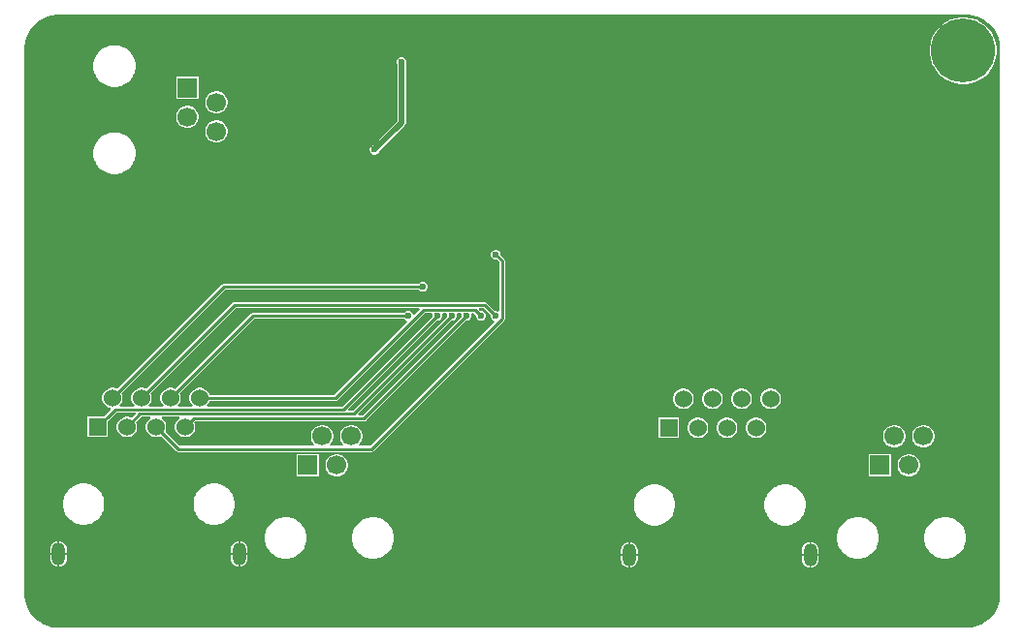
<source format=gbl>
G04*
G04 #@! TF.GenerationSoftware,Altium Limited,Altium Designer,22.6.1 (34)*
G04*
G04 Layer_Physical_Order=2*
G04 Layer_Color=16711680*
%FSLAX25Y25*%
%MOIN*%
G70*
G04*
G04 #@! TF.SameCoordinates,5978FB97-4CE2-4F40-84F9-A025567A3837*
G04*
G04*
G04 #@! TF.FilePolarity,Positive*
G04*
G01*
G75*
%ADD10C,0.01000*%
%ADD14C,0.01968*%
%ADD50C,0.06693*%
%ADD51R,0.06693X0.06693*%
%ADD52R,0.06693X0.06693*%
%ADD53O,0.04724X0.07874*%
%ADD54R,0.06000X0.06000*%
%ADD55C,0.06000*%
%ADD56C,0.01968*%
%ADD57C,0.02362*%
%ADD58C,0.22047*%
G36*
X408791Y298516D02*
X410274Y298119D01*
X411693Y297531D01*
X413024Y296763D01*
X414242Y295828D01*
X415328Y294742D01*
X416263Y293524D01*
X417031Y292193D01*
X417619Y290774D01*
X418016Y289291D01*
X418217Y287768D01*
Y287000D01*
Y99520D01*
Y98752D01*
X418016Y97229D01*
X417619Y95745D01*
X417031Y94326D01*
X416263Y92996D01*
X415328Y91778D01*
X414242Y90692D01*
X413024Y89757D01*
X411693Y88989D01*
X410274Y88401D01*
X408791Y88003D01*
X407268Y87803D01*
X93764D01*
X92241Y88003D01*
X90757Y88401D01*
X89338Y88989D01*
X88008Y89757D01*
X86790Y90692D01*
X85703Y91778D01*
X84768Y92996D01*
X84000Y94326D01*
X83413Y95745D01*
X83015Y97229D01*
X82815Y98752D01*
Y99520D01*
Y287000D01*
Y287768D01*
X83015Y289291D01*
X83413Y290774D01*
X84000Y292193D01*
X84768Y293524D01*
X85703Y294742D01*
X86790Y295828D01*
X88008Y296763D01*
X89338Y297531D01*
X90757Y298119D01*
X92241Y298516D01*
X93764Y298717D01*
X407268D01*
X408791Y298516D01*
D02*
G37*
%LPC*%
G36*
X406419Y297941D02*
X404605D01*
X402813Y297657D01*
X401088Y297097D01*
X399472Y296273D01*
X398005Y295207D01*
X396722Y293924D01*
X395656Y292457D01*
X394832Y290841D01*
X394272Y289116D01*
X393988Y287324D01*
Y285510D01*
X394272Y283719D01*
X394832Y281994D01*
X395656Y280378D01*
X396722Y278910D01*
X398005Y277628D01*
X399472Y276561D01*
X401088Y275738D01*
X402813Y275177D01*
X404605Y274894D01*
X406419D01*
X408210Y275177D01*
X409935Y275738D01*
X411552Y276561D01*
X413019Y277628D01*
X414301Y278910D01*
X415368Y280378D01*
X416191Y281994D01*
X416752Y283719D01*
X417035Y285510D01*
Y287324D01*
X416752Y289116D01*
X416191Y290841D01*
X415368Y292457D01*
X414301Y293924D01*
X413019Y295207D01*
X411552Y296273D01*
X409935Y297097D01*
X408210Y297657D01*
X406419Y297941D01*
D02*
G37*
G36*
X114409Y288323D02*
X113779Y288323D01*
X113149D01*
X113072Y288307D01*
X112993D01*
X111757Y288061D01*
X111683Y288031D01*
X111606Y288016D01*
X110442Y287533D01*
X110376Y287490D01*
X110303Y287459D01*
X109255Y286759D01*
X109199Y286703D01*
X109133Y286659D01*
X108242Y285768D01*
X108198Y285702D01*
X108142Y285646D01*
X107442Y284598D01*
X107412Y284525D01*
X107368Y284460D01*
X106886Y283295D01*
X106870Y283218D01*
X106840Y283145D01*
X106594Y281909D01*
Y281830D01*
X106579Y281752D01*
X106579Y280492D01*
X106594Y280414D01*
Y280335D01*
X106840Y279099D01*
X106870Y279026D01*
X106886Y278949D01*
X107368Y277784D01*
X107412Y277719D01*
X107442Y277646D01*
X108143Y276598D01*
X108198Y276542D01*
X108242Y276476D01*
X109134Y275585D01*
X109199Y275541D01*
X109255Y275485D01*
X110303Y274785D01*
X110376Y274755D01*
X110442Y274711D01*
X111606Y274229D01*
X111684Y274213D01*
X111757Y274183D01*
X112993Y273937D01*
X113072D01*
X113149Y273922D01*
X113779Y273922D01*
X114410D01*
X114487Y273937D01*
X114566D01*
X115802Y274183D01*
X115875Y274213D01*
X115953Y274229D01*
X117117Y274711D01*
X117183Y274755D01*
X117256Y274785D01*
X118304Y275485D01*
X118360Y275541D01*
X118426Y275585D01*
X119317Y276476D01*
X119360Y276542D01*
X119416Y276598D01*
X120117Y277646D01*
X120147Y277719D01*
X120191Y277785D01*
X120673Y278949D01*
X120688Y279026D01*
X120719Y279099D01*
X120965Y280335D01*
Y280415D01*
X120980Y280492D01*
X120980Y281752D01*
X120965Y281830D01*
Y281909D01*
X120719Y283145D01*
X120688Y283218D01*
X120673Y283296D01*
X120191Y284460D01*
X120147Y284526D01*
X120116Y284599D01*
X119416Y285647D01*
X119360Y285702D01*
X119316Y285768D01*
X118425Y286659D01*
X118360Y286703D01*
X118304Y286759D01*
X117256Y287459D01*
X117183Y287490D01*
X117117Y287533D01*
X115953Y288016D01*
X115875Y288031D01*
X115802Y288061D01*
X114566Y288307D01*
X114487D01*
X114409Y288323D01*
D02*
G37*
G36*
X142626Y277468D02*
X134933D01*
Y269776D01*
X142626D01*
Y277468D01*
D02*
G37*
G36*
X149286Y272468D02*
X148273D01*
X147295Y272206D01*
X146418Y271700D01*
X145702Y270984D01*
X145195Y270107D01*
X144933Y269128D01*
Y268116D01*
X145195Y267137D01*
X145702Y266260D01*
X146418Y265544D01*
X147295Y265038D01*
X148273Y264776D01*
X149286D01*
X150264Y265038D01*
X151141Y265544D01*
X151857Y266260D01*
X152364Y267137D01*
X152626Y268116D01*
Y269128D01*
X152364Y270107D01*
X151857Y270984D01*
X151141Y271700D01*
X150264Y272206D01*
X149286Y272468D01*
D02*
G37*
G36*
X139286Y267469D02*
X138273D01*
X137295Y267206D01*
X136418Y266700D01*
X135702Y265984D01*
X135195Y265107D01*
X134933Y264128D01*
Y263116D01*
X135195Y262137D01*
X135702Y261260D01*
X136418Y260544D01*
X137295Y260038D01*
X138273Y259776D01*
X139286D01*
X140264Y260038D01*
X141141Y260544D01*
X141858Y261260D01*
X142364Y262137D01*
X142626Y263116D01*
Y264128D01*
X142364Y265107D01*
X141858Y265984D01*
X141141Y266700D01*
X140264Y267206D01*
X139286Y267469D01*
D02*
G37*
G36*
X149286Y262469D02*
X148273D01*
X147295Y262206D01*
X146418Y261700D01*
X145702Y260984D01*
X145195Y260107D01*
X144933Y259128D01*
Y258116D01*
X145195Y257137D01*
X145702Y256260D01*
X146418Y255544D01*
X147295Y255038D01*
X148273Y254776D01*
X149286D01*
X150264Y255038D01*
X151141Y255544D01*
X151857Y256260D01*
X152364Y257137D01*
X152626Y258116D01*
Y259128D01*
X152364Y260107D01*
X151857Y260984D01*
X151141Y261700D01*
X150264Y262206D01*
X149286Y262469D01*
D02*
G37*
G36*
X212834Y284181D02*
X212166D01*
X211548Y283925D01*
X211075Y283452D01*
X210819Y282834D01*
Y282166D01*
X210987Y281761D01*
Y262241D01*
X202701Y253955D01*
X202296Y253787D01*
X201823Y253314D01*
X201567Y252697D01*
Y252028D01*
X201823Y251410D01*
X202296Y250937D01*
X202914Y250681D01*
X203582D01*
X204200Y250937D01*
X204673Y251410D01*
X204841Y251815D01*
X213570Y260544D01*
X213570Y260544D01*
X213898Y261035D01*
X214013Y261614D01*
Y281761D01*
X214181Y282166D01*
Y282834D01*
X213925Y283452D01*
X213452Y283925D01*
X212834Y284181D01*
D02*
G37*
G36*
X114409Y258323D02*
X113779Y258323D01*
X113149D01*
X113072Y258307D01*
X112993D01*
X111757Y258061D01*
X111683Y258031D01*
X111606Y258016D01*
X110442Y257533D01*
X110376Y257489D01*
X110303Y257459D01*
X109255Y256759D01*
X109199Y256703D01*
X109133Y256659D01*
X108242Y255768D01*
X108198Y255702D01*
X108142Y255646D01*
X107442Y254598D01*
X107412Y254525D01*
X107368Y254460D01*
X106886Y253295D01*
X106870Y253218D01*
X106840Y253145D01*
X106594Y251909D01*
Y251830D01*
X106579Y251752D01*
X106579Y250492D01*
X106594Y250414D01*
Y250335D01*
X106840Y249099D01*
X106870Y249026D01*
X106886Y248949D01*
X107368Y247784D01*
X107412Y247719D01*
X107442Y247646D01*
X108143Y246598D01*
X108198Y246542D01*
X108242Y246476D01*
X109134Y245585D01*
X109199Y245541D01*
X109255Y245485D01*
X110303Y244785D01*
X110376Y244755D01*
X110442Y244711D01*
X111606Y244229D01*
X111684Y244213D01*
X111757Y244183D01*
X112993Y243937D01*
X113072D01*
X113149Y243922D01*
X113779Y243922D01*
X114410D01*
X114487Y243937D01*
X114566D01*
X115802Y244183D01*
X115875Y244213D01*
X115953Y244229D01*
X117117Y244711D01*
X117183Y244755D01*
X117256Y244785D01*
X118304Y245485D01*
X118360Y245541D01*
X118426Y245585D01*
X119317Y246476D01*
X119360Y246542D01*
X119416Y246598D01*
X120117Y247646D01*
X120147Y247719D01*
X120191Y247785D01*
X120673Y248949D01*
X120688Y249026D01*
X120719Y249099D01*
X120965Y250336D01*
Y250415D01*
X120980Y250492D01*
X120980Y251752D01*
X120965Y251830D01*
Y251909D01*
X120719Y253145D01*
X120688Y253218D01*
X120673Y253296D01*
X120191Y254460D01*
X120147Y254526D01*
X120116Y254599D01*
X119416Y255647D01*
X119360Y255702D01*
X119316Y255768D01*
X118425Y256659D01*
X118360Y256703D01*
X118304Y256759D01*
X117256Y257459D01*
X117183Y257490D01*
X117117Y257534D01*
X115953Y258016D01*
X115875Y258031D01*
X115802Y258061D01*
X114566Y258307D01*
X114487D01*
X114409Y258323D01*
D02*
G37*
G36*
X245216Y217921D02*
X244548D01*
X243930Y217665D01*
X243457Y217192D01*
X243201Y216575D01*
Y215906D01*
X243457Y215288D01*
X243930Y214815D01*
X244548Y214559D01*
X245121D01*
X245945Y213735D01*
Y196948D01*
X245445Y196624D01*
X245118Y196760D01*
X244544D01*
X241823Y199481D01*
X241493Y199702D01*
X241102Y199779D01*
X154962D01*
X154571Y199702D01*
X154241Y199481D01*
X124739Y169979D01*
X124442Y170151D01*
X123552Y170390D01*
X122630D01*
X121740Y170151D01*
X120942Y169690D01*
X120290Y169039D01*
X119829Y168241D01*
X119591Y167350D01*
Y166429D01*
X119829Y165539D01*
X120290Y164741D01*
X120622Y164409D01*
X120414Y163909D01*
X115767D01*
X115560Y164409D01*
X115892Y164741D01*
X116352Y165539D01*
X116591Y166429D01*
Y167350D01*
X116352Y168241D01*
X116181Y168538D01*
X151702Y204059D01*
X218426D01*
X218831Y203654D01*
X219449Y203398D01*
X220118D01*
X220736Y203654D01*
X221209Y204127D01*
X221465Y204744D01*
Y205413D01*
X221209Y206031D01*
X220736Y206504D01*
X220118Y206760D01*
X219449D01*
X218831Y206504D01*
X218426Y206098D01*
X151280D01*
X150890Y206021D01*
X150559Y205800D01*
X114739Y169980D01*
X114442Y170151D01*
X113552Y170390D01*
X112630D01*
X111740Y170151D01*
X110942Y169690D01*
X110290Y169039D01*
X109829Y168241D01*
X109591Y167350D01*
Y166429D01*
X109829Y165539D01*
X110290Y164741D01*
X110942Y164089D01*
X111740Y163628D01*
X112358Y163462D01*
X112511Y162908D01*
X110655Y161052D01*
X110434Y160721D01*
X110422Y160663D01*
X110149Y160390D01*
X104591D01*
Y153390D01*
X111591D01*
Y158948D01*
X112097Y159454D01*
X112318Y159784D01*
X112329Y159843D01*
X114357Y161870D01*
X120976D01*
X121167Y161408D01*
X119739Y159980D01*
X119442Y160151D01*
X118552Y160390D01*
X117630D01*
X116740Y160151D01*
X115942Y159690D01*
X115290Y159039D01*
X114829Y158241D01*
X114591Y157350D01*
Y156429D01*
X114829Y155539D01*
X115290Y154741D01*
X115942Y154089D01*
X116740Y153628D01*
X117630Y153390D01*
X118552D01*
X119442Y153628D01*
X120240Y154089D01*
X120892Y154741D01*
X121352Y155539D01*
X121591Y156429D01*
Y157350D01*
X121352Y158241D01*
X121181Y158538D01*
X123013Y160370D01*
X126119D01*
X126253Y159870D01*
X125942Y159690D01*
X125290Y159039D01*
X124829Y158241D01*
X124591Y157350D01*
Y156429D01*
X124829Y155539D01*
X125290Y154741D01*
X125942Y154089D01*
X126740Y153628D01*
X127630Y153390D01*
X128552D01*
X129442Y153628D01*
X129739Y153800D01*
X134905Y148633D01*
X135236Y148412D01*
X135626Y148335D01*
X202144D01*
X202534Y148412D01*
X202865Y148633D01*
X247686Y193454D01*
X247906Y193785D01*
X247984Y194175D01*
Y214158D01*
X247906Y214548D01*
X247686Y214879D01*
X246563Y216001D01*
Y216575D01*
X246307Y217192D01*
X245834Y217665D01*
X245216Y217921D01*
D02*
G37*
G36*
X339811Y170114D02*
X338890D01*
X337999Y169876D01*
X337201Y169415D01*
X336550Y168763D01*
X336089Y167965D01*
X335850Y167075D01*
Y166154D01*
X336089Y165263D01*
X336550Y164465D01*
X337201Y163814D01*
X337999Y163353D01*
X338890Y163114D01*
X339811D01*
X340701Y163353D01*
X341499Y163814D01*
X342151Y164465D01*
X342612Y165263D01*
X342850Y166154D01*
Y167075D01*
X342612Y167965D01*
X342151Y168763D01*
X341499Y169415D01*
X340701Y169876D01*
X339811Y170114D01*
D02*
G37*
G36*
X329811D02*
X328890D01*
X327999Y169876D01*
X327201Y169415D01*
X326550Y168763D01*
X326089Y167965D01*
X325850Y167075D01*
Y166154D01*
X326089Y165263D01*
X326550Y164465D01*
X327201Y163814D01*
X327999Y163353D01*
X328890Y163114D01*
X329811D01*
X330701Y163353D01*
X331499Y163814D01*
X332151Y164465D01*
X332612Y165263D01*
X332850Y166154D01*
Y167075D01*
X332612Y167965D01*
X332151Y168763D01*
X331499Y169415D01*
X330701Y169876D01*
X329811Y170114D01*
D02*
G37*
G36*
X319811D02*
X318890D01*
X317999Y169876D01*
X317201Y169415D01*
X316550Y168763D01*
X316089Y167965D01*
X315850Y167075D01*
Y166154D01*
X316089Y165263D01*
X316550Y164465D01*
X317201Y163814D01*
X317999Y163353D01*
X318890Y163114D01*
X319811D01*
X320701Y163353D01*
X321499Y163814D01*
X322151Y164465D01*
X322612Y165263D01*
X322850Y166154D01*
Y167075D01*
X322612Y167965D01*
X322151Y168763D01*
X321499Y169415D01*
X320701Y169876D01*
X319811Y170114D01*
D02*
G37*
G36*
X309811D02*
X308890D01*
X307999Y169876D01*
X307201Y169415D01*
X306550Y168763D01*
X306089Y167965D01*
X305850Y167075D01*
Y166154D01*
X306089Y165263D01*
X306550Y164465D01*
X307201Y163814D01*
X307999Y163353D01*
X308890Y163114D01*
X309811D01*
X310701Y163353D01*
X311499Y163814D01*
X312151Y164465D01*
X312612Y165263D01*
X312850Y166154D01*
Y167075D01*
X312612Y167965D01*
X312151Y168763D01*
X311499Y169415D01*
X310701Y169876D01*
X309811Y170114D01*
D02*
G37*
G36*
X334811Y160114D02*
X333890D01*
X332999Y159876D01*
X332201Y159415D01*
X331550Y158763D01*
X331089Y157965D01*
X330850Y157075D01*
Y156154D01*
X331089Y155263D01*
X331550Y154465D01*
X332201Y153814D01*
X332999Y153353D01*
X333890Y153114D01*
X334811D01*
X335701Y153353D01*
X336499Y153814D01*
X337151Y154465D01*
X337612Y155263D01*
X337850Y156154D01*
Y157075D01*
X337612Y157965D01*
X337151Y158763D01*
X336499Y159415D01*
X335701Y159876D01*
X334811Y160114D01*
D02*
G37*
G36*
X324811D02*
X323890D01*
X322999Y159876D01*
X322201Y159415D01*
X321550Y158763D01*
X321089Y157965D01*
X320850Y157075D01*
Y156154D01*
X321089Y155263D01*
X321550Y154465D01*
X322201Y153814D01*
X322999Y153353D01*
X323890Y153114D01*
X324811D01*
X325701Y153353D01*
X326499Y153814D01*
X327151Y154465D01*
X327612Y155263D01*
X327850Y156154D01*
Y157075D01*
X327612Y157965D01*
X327151Y158763D01*
X326499Y159415D01*
X325701Y159876D01*
X324811Y160114D01*
D02*
G37*
G36*
X314811D02*
X313890D01*
X312999Y159876D01*
X312201Y159415D01*
X311550Y158763D01*
X311089Y157965D01*
X310850Y157075D01*
Y156154D01*
X311089Y155263D01*
X311550Y154465D01*
X312201Y153814D01*
X312999Y153353D01*
X313890Y153114D01*
X314811D01*
X315701Y153353D01*
X316499Y153814D01*
X317151Y154465D01*
X317612Y155263D01*
X317850Y156154D01*
Y157075D01*
X317612Y157965D01*
X317151Y158763D01*
X316499Y159415D01*
X315701Y159876D01*
X314811Y160114D01*
D02*
G37*
G36*
X307850D02*
X300850D01*
Y153114D01*
X307850D01*
Y160114D01*
D02*
G37*
G36*
X392317Y157547D02*
X391305D01*
X390326Y157285D01*
X389449Y156779D01*
X388733Y156063D01*
X388227Y155185D01*
X387965Y154207D01*
Y153194D01*
X388227Y152216D01*
X388733Y151339D01*
X389449Y150623D01*
X390326Y150117D01*
X391305Y149854D01*
X392317D01*
X393296Y150117D01*
X394173Y150623D01*
X394889Y151339D01*
X395395Y152216D01*
X395657Y153194D01*
Y154207D01*
X395395Y155185D01*
X394889Y156063D01*
X394173Y156779D01*
X393296Y157285D01*
X392317Y157547D01*
D02*
G37*
G36*
X382317D02*
X381305D01*
X380326Y157285D01*
X379449Y156779D01*
X378733Y156063D01*
X378227Y155185D01*
X377965Y154207D01*
Y153194D01*
X378227Y152216D01*
X378733Y151339D01*
X379449Y150623D01*
X380326Y150117D01*
X381305Y149854D01*
X382317D01*
X383296Y150117D01*
X384173Y150623D01*
X384889Y151339D01*
X385395Y152216D01*
X385658Y153194D01*
Y154207D01*
X385395Y155185D01*
X384889Y156063D01*
X384173Y156779D01*
X383296Y157285D01*
X382317Y157547D01*
D02*
G37*
G36*
X387317Y147547D02*
X386305D01*
X385326Y147285D01*
X384449Y146779D01*
X383733Y146063D01*
X383227Y145185D01*
X382965Y144207D01*
Y143194D01*
X383227Y142216D01*
X383733Y141339D01*
X384449Y140623D01*
X385326Y140117D01*
X386305Y139854D01*
X387317D01*
X388296Y140117D01*
X389173Y140623D01*
X389889Y141339D01*
X390395Y142216D01*
X390657Y143194D01*
Y144207D01*
X390395Y145185D01*
X389889Y146063D01*
X389173Y146779D01*
X388296Y147285D01*
X387317Y147547D01*
D02*
G37*
G36*
X380658D02*
X372965D01*
Y139854D01*
X380658D01*
Y147547D01*
D02*
G37*
G36*
X190624D02*
X189612D01*
X188633Y147285D01*
X187756Y146779D01*
X187040Y146063D01*
X186534Y145185D01*
X186272Y144207D01*
Y143194D01*
X186534Y142216D01*
X187040Y141339D01*
X187756Y140623D01*
X188633Y140117D01*
X189612Y139854D01*
X190624D01*
X191603Y140117D01*
X192480Y140623D01*
X193196Y141339D01*
X193702Y142216D01*
X193965Y143194D01*
Y144207D01*
X193702Y145185D01*
X193196Y146063D01*
X192480Y146779D01*
X191603Y147285D01*
X190624Y147547D01*
D02*
G37*
G36*
X183965D02*
X176272D01*
Y139854D01*
X183965D01*
Y147547D01*
D02*
G37*
G36*
X147414Y137386D02*
X147336Y137371D01*
X147257Y137371D01*
X146044Y137130D01*
X145971Y137100D01*
X145894Y137085D01*
X144751Y136613D01*
X144685Y136569D01*
X144612Y136539D01*
X143582Y135854D01*
X143526Y135798D01*
X143461Y135755D01*
X142584Y134882D01*
X142540Y134817D01*
X142484Y134761D01*
X141794Y133735D01*
X141763Y133662D01*
X141719Y133597D01*
X141242Y132456D01*
X141226Y132378D01*
X141196Y132306D01*
X140949Y131093D01*
X140949Y131015D01*
X140933Y130937D01*
X140930Y130319D01*
X140930Y130317D01*
X140930Y130315D01*
X140930Y130313D01*
X140930Y130311D01*
X140933Y129693D01*
X140949Y129615D01*
X140949Y129536D01*
X141196Y128324D01*
X141226Y128252D01*
X141242Y128174D01*
X141719Y127033D01*
X141763Y126968D01*
X141794Y126895D01*
X142484Y125869D01*
X142540Y125813D01*
X142584Y125748D01*
X143461Y124875D01*
X143526Y124832D01*
X143582Y124776D01*
X144612Y124091D01*
X144685Y124061D01*
X144750Y124017D01*
X145894Y123545D01*
X145971Y123530D01*
X146044Y123500D01*
X147257Y123259D01*
X147336Y123259D01*
X147413Y123243D01*
X148650Y123243D01*
X148728Y123259D01*
X148806Y123259D01*
X150020Y123499D01*
X150093Y123530D01*
X150170Y123545D01*
X151313Y124017D01*
X151379Y124060D01*
X151452Y124090D01*
X152482Y124776D01*
X152537Y124831D01*
X152603Y124875D01*
X153480Y125748D01*
X153524Y125813D01*
X153580Y125868D01*
X154270Y126895D01*
X154300Y126968D01*
X154344Y127033D01*
X154822Y128174D01*
X154838Y128251D01*
X154868Y128324D01*
X155115Y129536D01*
X155115Y129615D01*
X155131Y129692D01*
X155134Y130311D01*
X155133Y130313D01*
X155134Y130315D01*
X155133Y130317D01*
X155134Y130318D01*
X155131Y130937D01*
X155115Y131014D01*
X155115Y131093D01*
X154868Y132305D01*
X154838Y132378D01*
X154822Y132455D01*
X154345Y133596D01*
X154301Y133662D01*
X154270Y133734D01*
X153580Y134761D01*
X153524Y134816D01*
X153480Y134882D01*
X152603Y135754D01*
X152538Y135798D01*
X152482Y135854D01*
X151452Y136539D01*
X151379Y136569D01*
X151314Y136613D01*
X150170Y137085D01*
X150093Y137100D01*
X150020Y137130D01*
X148807Y137371D01*
X148728Y137371D01*
X148651Y137386D01*
X147414Y137386D01*
D02*
G37*
G36*
X102532D02*
X102454Y137371D01*
X102375Y137371D01*
X101162Y137130D01*
X101089Y137100D01*
X101012Y137085D01*
X99869Y136613D01*
X99803Y136569D01*
X99730Y136539D01*
X98700Y135854D01*
X98645Y135798D01*
X98579Y135755D01*
X97702Y134882D01*
X97658Y134817D01*
X97602Y134761D01*
X96912Y133735D01*
X96881Y133662D01*
X96837Y133597D01*
X96360Y132456D01*
X96344Y132378D01*
X96314Y132306D01*
X96067Y131093D01*
X96067Y131015D01*
X96051Y130937D01*
X96048Y130319D01*
X96048Y130317D01*
X96048Y130315D01*
X96048Y130313D01*
X96048Y130311D01*
X96051Y129693D01*
X96067Y129615D01*
X96067Y129536D01*
X96314Y128324D01*
X96344Y128252D01*
X96360Y128174D01*
X96837Y127033D01*
X96881Y126968D01*
X96912Y126895D01*
X97602Y125869D01*
X97658Y125813D01*
X97702Y125748D01*
X98579Y124875D01*
X98644Y124832D01*
X98700Y124776D01*
X99730Y124091D01*
X99803Y124061D01*
X99868Y124017D01*
X101012Y123545D01*
X101089Y123530D01*
X101162Y123500D01*
X102375Y123259D01*
X102454Y123259D01*
X102531Y123243D01*
X103768Y123243D01*
X103846Y123259D01*
X103924Y123259D01*
X105138Y123499D01*
X105211Y123530D01*
X105288Y123545D01*
X106431Y124017D01*
X106497Y124060D01*
X106570Y124090D01*
X107600Y124776D01*
X107655Y124831D01*
X107721Y124875D01*
X108598Y125748D01*
X108642Y125813D01*
X108698Y125868D01*
X109388Y126895D01*
X109418Y126968D01*
X109462Y127033D01*
X109940Y128174D01*
X109956Y128251D01*
X109986Y128324D01*
X110233Y129536D01*
X110233Y129615D01*
X110249Y129692D01*
X110252Y130311D01*
X110251Y130313D01*
X110252Y130315D01*
X110251Y130317D01*
X110252Y130318D01*
X110249Y130937D01*
X110233Y131014D01*
X110233Y131093D01*
X109986Y132305D01*
X109956Y132378D01*
X109940Y132455D01*
X109463Y133596D01*
X109419Y133662D01*
X109388Y133734D01*
X108698Y134761D01*
X108642Y134816D01*
X108598Y134882D01*
X107721Y135754D01*
X107656Y135798D01*
X107600Y135854D01*
X106570Y136539D01*
X106497Y136569D01*
X106432Y136613D01*
X105288Y137085D01*
X105211Y137100D01*
X105138Y137130D01*
X103925Y137371D01*
X103846Y137371D01*
X103769Y137386D01*
X102532Y137386D01*
D02*
G37*
G36*
X343673Y137111D02*
X343596Y137095D01*
X343517Y137095D01*
X342304Y136855D01*
X342231Y136825D01*
X342154Y136810D01*
X341010Y136337D01*
X340945Y136294D01*
X340872Y136264D01*
X339842Y135579D01*
X339786Y135523D01*
X339720Y135479D01*
X338843Y134607D01*
X338800Y134541D01*
X338744Y134486D01*
X338053Y133459D01*
X338023Y133387D01*
X337979Y133321D01*
X337501Y132180D01*
X337486Y132103D01*
X337455Y132030D01*
X337209Y130818D01*
X337208Y130739D01*
X337193Y130662D01*
X337190Y130043D01*
X337190Y130042D01*
X337190Y130040D01*
X337190Y130038D01*
X337190Y130036D01*
X337193Y129417D01*
X337208Y129340D01*
X337209Y129261D01*
X337455Y128049D01*
X337486Y127976D01*
X337501Y127899D01*
X337979Y126758D01*
X338023Y126693D01*
X338053Y126620D01*
X338743Y125593D01*
X338799Y125538D01*
X338843Y125472D01*
X339720Y124600D01*
X339786Y124556D01*
X339842Y124501D01*
X340871Y123815D01*
X340944Y123785D01*
X341010Y123741D01*
X342153Y123269D01*
X342231Y123254D01*
X342303Y123224D01*
X343517Y122984D01*
X343596Y122984D01*
X343673Y122968D01*
X344910Y122968D01*
X344987Y122984D01*
X345066Y122984D01*
X346279Y123224D01*
X346352Y123254D01*
X346429Y123269D01*
X347573Y123741D01*
X347638Y123785D01*
X347711Y123815D01*
X348741Y124500D01*
X348797Y124556D01*
X348863Y124600D01*
X349739Y125472D01*
X349783Y125538D01*
X349839Y125593D01*
X350530Y126620D01*
X350560Y126692D01*
X350604Y126758D01*
X351082Y127899D01*
X351097Y127976D01*
X351128Y128049D01*
X351374Y129261D01*
X351375Y129340D01*
X351390Y129417D01*
X351393Y130035D01*
X351393Y130037D01*
X351393Y130039D01*
X351393Y130041D01*
X351393Y130043D01*
X351390Y130662D01*
X351375Y130739D01*
X351374Y130818D01*
X351128Y132030D01*
X351097Y132103D01*
X351082Y132180D01*
X350604Y133321D01*
X350560Y133386D01*
X350530Y133459D01*
X349839Y134485D01*
X349783Y134541D01*
X349740Y134606D01*
X348863Y135479D01*
X348797Y135523D01*
X348741Y135578D01*
X347712Y136264D01*
X347639Y136294D01*
X347573Y136337D01*
X346430Y136809D01*
X346352Y136825D01*
X346280Y136855D01*
X345066Y137095D01*
X344987Y137095D01*
X344910Y137111D01*
X343673Y137111D01*
D02*
G37*
G36*
X298791D02*
X298714Y137095D01*
X298635Y137095D01*
X297422Y136855D01*
X297349Y136825D01*
X297271Y136810D01*
X296128Y136337D01*
X296062Y136294D01*
X295990Y136264D01*
X294960Y135579D01*
X294904Y135523D01*
X294838Y135479D01*
X293962Y134607D01*
X293918Y134541D01*
X293862Y134486D01*
X293171Y133459D01*
X293141Y133387D01*
X293097Y133321D01*
X292619Y132180D01*
X292604Y132103D01*
X292573Y132030D01*
X292327Y130818D01*
X292326Y130739D01*
X292311Y130662D01*
X292307Y130043D01*
X292308Y130042D01*
X292307Y130040D01*
X292308Y130038D01*
X292307Y130036D01*
X292311Y129417D01*
X292326Y129340D01*
X292327Y129261D01*
X292573Y128049D01*
X292603Y127976D01*
X292619Y127899D01*
X293097Y126758D01*
X293141Y126693D01*
X293171Y126620D01*
X293862Y125593D01*
X293917Y125538D01*
X293961Y125472D01*
X294838Y124600D01*
X294904Y124556D01*
X294960Y124501D01*
X295989Y123815D01*
X296062Y123785D01*
X296128Y123741D01*
X297271Y123269D01*
X297348Y123254D01*
X297421Y123224D01*
X298635Y122984D01*
X298713Y122984D01*
X298791Y122968D01*
X300028Y122968D01*
X300105Y122984D01*
X300184Y122984D01*
X301397Y123224D01*
X301470Y123254D01*
X301547Y123269D01*
X302691Y123741D01*
X302756Y123785D01*
X302829Y123815D01*
X303859Y124500D01*
X303915Y124556D01*
X303981Y124600D01*
X304857Y125472D01*
X304901Y125538D01*
X304957Y125593D01*
X305648Y126620D01*
X305678Y126692D01*
X305722Y126758D01*
X306200Y127899D01*
X306215Y127976D01*
X306246Y128049D01*
X306492Y129261D01*
X306493Y129340D01*
X306508Y129417D01*
X306511Y130035D01*
X306511Y130037D01*
X306511Y130039D01*
X306511Y130041D01*
X306511Y130043D01*
X306508Y130662D01*
X306493Y130739D01*
X306492Y130818D01*
X306246Y132030D01*
X306215Y132103D01*
X306200Y132180D01*
X305722Y133321D01*
X305678Y133386D01*
X305648Y133459D01*
X304958Y134485D01*
X304902Y134541D01*
X304858Y134606D01*
X303981Y135479D01*
X303915Y135523D01*
X303859Y135578D01*
X302830Y136264D01*
X302757Y136294D01*
X302691Y136337D01*
X301548Y136809D01*
X301470Y136825D01*
X301398Y136855D01*
X300184Y137095D01*
X300106Y137095D01*
X300028Y137111D01*
X298791Y137111D01*
D02*
G37*
G36*
X94739Y117617D02*
Y113439D01*
X97376D01*
Y114763D01*
X97277Y115511D01*
X96989Y116207D01*
X96530Y116805D01*
X95932Y117264D01*
X95236Y117552D01*
X94739Y117617D01*
D02*
G37*
G36*
X156943D02*
Y113439D01*
X159580D01*
Y114763D01*
X159481Y115511D01*
X159193Y116207D01*
X158734Y116805D01*
X158136Y117264D01*
X157440Y117552D01*
X156943Y117617D01*
D02*
G37*
G36*
X94239D02*
X93742Y117552D01*
X93045Y117264D01*
X92448Y116805D01*
X91989Y116207D01*
X91700Y115511D01*
X91602Y114763D01*
Y113439D01*
X94239D01*
Y117617D01*
D02*
G37*
G36*
X156443D02*
X155946Y117552D01*
X155249Y117264D01*
X154651Y116805D01*
X154193Y116207D01*
X153904Y115511D01*
X153806Y114763D01*
Y113439D01*
X156443D01*
Y117617D01*
D02*
G37*
G36*
X290998Y117342D02*
Y113163D01*
X293635D01*
Y114488D01*
X293537Y115235D01*
X293249Y115931D01*
X292790Y116529D01*
X292192Y116988D01*
X291496Y117277D01*
X290998Y117342D01*
D02*
G37*
G36*
X353202D02*
Y113163D01*
X355839D01*
Y114488D01*
X355741Y115235D01*
X355452Y115931D01*
X354994Y116529D01*
X354396Y116988D01*
X353700Y117277D01*
X353202Y117342D01*
D02*
G37*
G36*
X290498Y117342D02*
X290001Y117277D01*
X289305Y116988D01*
X288707Y116529D01*
X288248Y115931D01*
X287960Y115235D01*
X287861Y114488D01*
Y113163D01*
X290498D01*
Y117342D01*
D02*
G37*
G36*
X352702D02*
X352205Y117277D01*
X351509Y116988D01*
X350911Y116529D01*
X350452Y115931D01*
X350164Y115235D01*
X350065Y114488D01*
Y113163D01*
X352702D01*
Y117342D01*
D02*
G37*
G36*
X399941Y125901D02*
X398681Y125901D01*
X398603Y125886D01*
X398524D01*
X397288Y125640D01*
X397215Y125610D01*
X397137Y125594D01*
X395973Y125112D01*
X395907Y125068D01*
X395834Y125038D01*
X394787Y124338D01*
X394731Y124282D01*
X394665Y124238D01*
X393774Y123347D01*
X393730Y123281D01*
X393674Y123225D01*
X392974Y122177D01*
X392944Y122104D01*
X392900Y122038D01*
X392417Y120874D01*
X392402Y120796D01*
X392372Y120723D01*
X392126Y119487D01*
Y119408D01*
X392110Y119331D01*
X392110Y118701D01*
Y118070D01*
X392126Y117993D01*
Y117914D01*
X392372Y116678D01*
X392402Y116605D01*
X392417Y116527D01*
X392900Y115363D01*
X392944Y115297D01*
X392974Y115224D01*
X393674Y114176D01*
X393730Y114120D01*
X393774Y114055D01*
X394665Y113163D01*
X394731Y113120D01*
X394787Y113064D01*
X395834Y112364D01*
X395908Y112333D01*
X395973Y112289D01*
X397138Y111807D01*
X397215Y111792D01*
X397288Y111761D01*
X398524Y111516D01*
X398603D01*
X398681Y111500D01*
X399941Y111500D01*
X400019Y111516D01*
X400098D01*
X401334Y111761D01*
X401407Y111792D01*
X401484Y111807D01*
X402649Y112290D01*
X402714Y112333D01*
X402787Y112364D01*
X403835Y113064D01*
X403891Y113120D01*
X403957Y113164D01*
X404848Y114055D01*
X404892Y114121D01*
X404948Y114176D01*
X405648Y115224D01*
X405678Y115297D01*
X405722Y115363D01*
X406205Y116527D01*
X406220Y116605D01*
X406250Y116678D01*
X406496Y117914D01*
Y117993D01*
X406511Y118071D01*
X406511Y118701D01*
Y119331D01*
X406496Y119409D01*
Y119488D01*
X406250Y120724D01*
X406220Y120797D01*
X406204Y120874D01*
X405722Y122038D01*
X405678Y122104D01*
X405648Y122177D01*
X404948Y123225D01*
X404892Y123281D01*
X404848Y123347D01*
X403957Y124238D01*
X403891Y124282D01*
X403835Y124338D01*
X402787Y125038D01*
X402714Y125068D01*
X402648Y125112D01*
X401484Y125594D01*
X401407Y125610D01*
X401334Y125640D01*
X400098Y125886D01*
X400019D01*
X399941Y125901D01*
D02*
G37*
G36*
X369941D02*
X368681Y125901D01*
X368603Y125886D01*
X368524D01*
X367288Y125640D01*
X367215Y125610D01*
X367137Y125594D01*
X365973Y125112D01*
X365907Y125068D01*
X365834Y125038D01*
X364787Y124338D01*
X364731Y124282D01*
X364665Y124238D01*
X363774Y123347D01*
X363730Y123281D01*
X363674Y123225D01*
X362974Y122177D01*
X362944Y122104D01*
X362900Y122038D01*
X362417Y120874D01*
X362402Y120796D01*
X362372Y120723D01*
X362126Y119487D01*
Y119408D01*
X362110Y119331D01*
X362110Y118701D01*
Y118070D01*
X362126Y117993D01*
Y117914D01*
X362372Y116678D01*
X362402Y116605D01*
X362417Y116527D01*
X362900Y115363D01*
X362944Y115297D01*
X362974Y115224D01*
X363674Y114176D01*
X363730Y114120D01*
X363774Y114055D01*
X364665Y113163D01*
X364731Y113120D01*
X364787Y113064D01*
X365834Y112364D01*
X365908Y112333D01*
X365973Y112289D01*
X367138Y111807D01*
X367215Y111792D01*
X367288Y111761D01*
X368524Y111516D01*
X368603D01*
X368681Y111500D01*
X369941Y111500D01*
X370019Y111516D01*
X370098D01*
X371334Y111761D01*
X371407Y111792D01*
X371484Y111807D01*
X372649Y112290D01*
X372714Y112333D01*
X372787Y112364D01*
X373835Y113064D01*
X373891Y113120D01*
X373957Y113164D01*
X374848Y114055D01*
X374892Y114121D01*
X374948Y114176D01*
X375648Y115224D01*
X375678Y115297D01*
X375722Y115363D01*
X376204Y116527D01*
X376220Y116605D01*
X376250Y116678D01*
X376496Y117914D01*
Y117993D01*
X376512Y118071D01*
X376511Y118701D01*
Y119331D01*
X376496Y119409D01*
Y119488D01*
X376250Y120724D01*
X376220Y120797D01*
X376204Y120874D01*
X375722Y122038D01*
X375678Y122104D01*
X375648Y122177D01*
X374948Y123225D01*
X374892Y123281D01*
X374848Y123347D01*
X373957Y124238D01*
X373891Y124282D01*
X373835Y124338D01*
X372787Y125038D01*
X372714Y125068D01*
X372649Y125112D01*
X371484Y125594D01*
X371407Y125610D01*
X371334Y125640D01*
X370097Y125886D01*
X370019D01*
X369941Y125901D01*
D02*
G37*
G36*
X203248D02*
X201988Y125901D01*
X201910Y125886D01*
X201831D01*
X200595Y125640D01*
X200522Y125610D01*
X200445Y125594D01*
X199280Y125112D01*
X199214Y125068D01*
X199141Y125038D01*
X198094Y124338D01*
X198038Y124282D01*
X197972Y124238D01*
X197081Y123347D01*
X197037Y123281D01*
X196981Y123225D01*
X196281Y122177D01*
X196251Y122104D01*
X196207Y122038D01*
X195724Y120874D01*
X195709Y120796D01*
X195679Y120723D01*
X195433Y119487D01*
Y119408D01*
X195417Y119331D01*
X195417Y118701D01*
Y118070D01*
X195433Y117993D01*
Y117914D01*
X195679Y116678D01*
X195709Y116605D01*
X195724Y116527D01*
X196207Y115363D01*
X196251Y115297D01*
X196281Y115224D01*
X196981Y114176D01*
X197037Y114120D01*
X197081Y114055D01*
X197972Y113163D01*
X198038Y113120D01*
X198094Y113064D01*
X199142Y112364D01*
X199215Y112333D01*
X199280Y112289D01*
X200445Y111807D01*
X200522Y111792D01*
X200595Y111761D01*
X201831Y111516D01*
X201910D01*
X201988Y111500D01*
X203248Y111500D01*
X203326Y111516D01*
X203405D01*
X204641Y111761D01*
X204714Y111792D01*
X204791Y111807D01*
X205956Y112290D01*
X206021Y112333D01*
X206095Y112364D01*
X207142Y113064D01*
X207198Y113120D01*
X207264Y113164D01*
X208155Y114055D01*
X208199Y114121D01*
X208255Y114176D01*
X208955Y115224D01*
X208985Y115297D01*
X209029Y115363D01*
X209512Y116527D01*
X209527Y116605D01*
X209557Y116678D01*
X209803Y117914D01*
Y117993D01*
X209819Y118071D01*
X209819Y118701D01*
Y119331D01*
X209803Y119409D01*
Y119488D01*
X209557Y120724D01*
X209527Y120797D01*
X209511Y120874D01*
X209029Y122038D01*
X208985Y122104D01*
X208955Y122177D01*
X208255Y123225D01*
X208199Y123281D01*
X208155Y123347D01*
X207264Y124238D01*
X207198Y124282D01*
X207142Y124338D01*
X206094Y125038D01*
X206021Y125068D01*
X205956Y125112D01*
X204791Y125594D01*
X204714Y125610D01*
X204641Y125640D01*
X203405Y125886D01*
X203326D01*
X203248Y125901D01*
D02*
G37*
G36*
X173248D02*
X171988Y125901D01*
X171910Y125886D01*
X171831D01*
X170595Y125640D01*
X170522Y125610D01*
X170445Y125594D01*
X169280Y125112D01*
X169214Y125068D01*
X169141Y125038D01*
X168094Y124338D01*
X168038Y124282D01*
X167972Y124238D01*
X167081Y123347D01*
X167037Y123281D01*
X166981Y123225D01*
X166281Y122177D01*
X166251Y122104D01*
X166207Y122038D01*
X165724Y120874D01*
X165709Y120796D01*
X165679Y120723D01*
X165433Y119487D01*
Y119408D01*
X165418Y119331D01*
X165418Y118701D01*
Y118070D01*
X165433Y117993D01*
Y117914D01*
X165679Y116678D01*
X165709Y116605D01*
X165725Y116527D01*
X166207Y115363D01*
X166251Y115297D01*
X166281Y115224D01*
X166981Y114176D01*
X167037Y114120D01*
X167081Y114055D01*
X167972Y113163D01*
X168038Y113120D01*
X168094Y113064D01*
X169142Y112364D01*
X169215Y112333D01*
X169280Y112289D01*
X170445Y111807D01*
X170522Y111792D01*
X170595Y111761D01*
X171831Y111516D01*
X171911D01*
X171988Y111500D01*
X173248Y111500D01*
X173326Y111516D01*
X173405D01*
X174641Y111761D01*
X174714Y111792D01*
X174792Y111807D01*
X175956Y112290D01*
X176022Y112333D01*
X176095Y112364D01*
X177142Y113064D01*
X177198Y113120D01*
X177264Y113164D01*
X178155Y114055D01*
X178199Y114121D01*
X178255Y114176D01*
X178955Y115224D01*
X178985Y115297D01*
X179029Y115363D01*
X179512Y116527D01*
X179527Y116605D01*
X179557Y116678D01*
X179803Y117914D01*
Y117993D01*
X179818Y118071D01*
X179818Y118701D01*
Y119331D01*
X179803Y119409D01*
Y119488D01*
X179557Y120724D01*
X179527Y120797D01*
X179511Y120874D01*
X179029Y122038D01*
X178985Y122104D01*
X178955Y122177D01*
X178255Y123225D01*
X178199Y123281D01*
X178155Y123347D01*
X177264Y124238D01*
X177198Y124282D01*
X177142Y124338D01*
X176094Y125038D01*
X176021Y125068D01*
X175956Y125112D01*
X174791Y125594D01*
X174714Y125610D01*
X174641Y125640D01*
X173405Y125886D01*
X173326D01*
X173248Y125901D01*
D02*
G37*
G36*
X159580Y112939D02*
X156943D01*
Y108760D01*
X157440Y108825D01*
X158136Y109114D01*
X158734Y109573D01*
X159193Y110170D01*
X159481Y110867D01*
X159580Y111614D01*
Y112939D01*
D02*
G37*
G36*
X97376D02*
X94739D01*
Y108760D01*
X95236Y108825D01*
X95932Y109114D01*
X96530Y109573D01*
X96989Y110170D01*
X97277Y110867D01*
X97376Y111614D01*
Y112939D01*
D02*
G37*
G36*
X156443D02*
X153806D01*
Y111614D01*
X153904Y110867D01*
X154193Y110170D01*
X154651Y109573D01*
X155249Y109114D01*
X155946Y108825D01*
X156443Y108760D01*
Y112939D01*
D02*
G37*
G36*
X94239D02*
X91602D01*
Y111614D01*
X91700Y110867D01*
X91989Y110170D01*
X92448Y109573D01*
X93045Y109114D01*
X93742Y108825D01*
X94239Y108760D01*
Y112939D01*
D02*
G37*
G36*
X293635Y112663D02*
X290998D01*
Y108484D01*
X291496Y108550D01*
X292192Y108838D01*
X292790Y109297D01*
X293249Y109895D01*
X293537Y110591D01*
X293635Y111338D01*
Y112663D01*
D02*
G37*
G36*
X355839D02*
X353202D01*
Y108484D01*
X353700Y108550D01*
X354396Y108838D01*
X354994Y109297D01*
X355452Y109895D01*
X355741Y110591D01*
X355839Y111338D01*
Y112663D01*
D02*
G37*
G36*
X352702D02*
X350065D01*
Y111338D01*
X350164Y110591D01*
X350452Y109895D01*
X350911Y109297D01*
X351509Y108838D01*
X352205Y108550D01*
X352702Y108484D01*
Y112663D01*
D02*
G37*
G36*
X290498D02*
X287861D01*
Y111338D01*
X287960Y110591D01*
X288248Y109895D01*
X288707Y109297D01*
X289305Y108838D01*
X290001Y108550D01*
X290498Y108484D01*
Y112663D01*
D02*
G37*
%LPD*%
G36*
X218626Y197278D02*
X216927Y195579D01*
X216344Y195704D01*
X216209Y196031D01*
X215736Y196504D01*
X215118Y196760D01*
X214449D01*
X213831Y196504D01*
X213426Y196098D01*
X161280D01*
X160890Y196021D01*
X160559Y195800D01*
X134739Y169980D01*
X134442Y170151D01*
X133552Y170390D01*
X132630D01*
X131740Y170151D01*
X130942Y169690D01*
X130290Y169039D01*
X129829Y168241D01*
X129591Y167350D01*
Y166429D01*
X129829Y165539D01*
X130290Y164741D01*
X130622Y164409D01*
X130414Y163909D01*
X125767D01*
X125560Y164409D01*
X125892Y164741D01*
X126352Y165539D01*
X126591Y166429D01*
Y167350D01*
X126352Y168241D01*
X126181Y168537D01*
X155384Y197740D01*
X218434D01*
X218626Y197278D01*
D02*
G37*
G36*
X243102Y195318D02*
Y194744D01*
X243358Y194126D01*
X243831Y193654D01*
X244158Y193518D01*
X244283Y192936D01*
X201721Y150374D01*
X197938D01*
X197731Y150874D01*
X198196Y151339D01*
X198702Y152216D01*
X198965Y153194D01*
Y154207D01*
X198702Y155185D01*
X198196Y156063D01*
X197480Y156779D01*
X196603Y157285D01*
X195624Y157547D01*
X194612D01*
X193633Y157285D01*
X192756Y156779D01*
X192040Y156063D01*
X191534Y155185D01*
X191272Y154207D01*
Y153194D01*
X191534Y152216D01*
X192040Y151339D01*
X192505Y150874D01*
X192298Y150374D01*
X187938D01*
X187731Y150874D01*
X188196Y151339D01*
X188702Y152216D01*
X188965Y153194D01*
Y154207D01*
X188702Y155185D01*
X188196Y156063D01*
X187480Y156779D01*
X186603Y157285D01*
X185625Y157547D01*
X184612D01*
X183633Y157285D01*
X182756Y156779D01*
X182040Y156063D01*
X181534Y155185D01*
X181272Y154207D01*
Y153194D01*
X181534Y152216D01*
X182040Y151339D01*
X182505Y150874D01*
X182298Y150374D01*
X136048D01*
X131181Y155242D01*
X131352Y155539D01*
X131591Y156429D01*
Y157350D01*
X131352Y158241D01*
X130892Y159039D01*
X130240Y159690D01*
X129929Y159870D01*
X130063Y160370D01*
X136119D01*
X136253Y159870D01*
X135942Y159690D01*
X135290Y159039D01*
X134829Y158241D01*
X134591Y157350D01*
Y156429D01*
X134829Y155539D01*
X135290Y154741D01*
X135942Y154089D01*
X136740Y153628D01*
X137630Y153390D01*
X138552D01*
X139442Y153628D01*
X140240Y154089D01*
X140892Y154741D01*
X141352Y155539D01*
X141591Y156429D01*
Y157350D01*
X141352Y158241D01*
X141181Y158538D01*
X141513Y158870D01*
X199594D01*
X199985Y158948D01*
X200315Y159169D01*
X234544Y193398D01*
X235118D01*
X235736Y193654D01*
X236209Y194126D01*
X236465Y194744D01*
Y195413D01*
X236329Y195740D01*
X236653Y196240D01*
X237180D01*
X238102Y195318D01*
Y194744D01*
X238358Y194126D01*
X238831Y193654D01*
X239449Y193398D01*
X240118D01*
X240736Y193654D01*
X241209Y194126D01*
X241465Y194744D01*
Y195413D01*
X241209Y196031D01*
X240736Y196504D01*
X240118Y196760D01*
X239544D01*
X239026Y197278D01*
X239217Y197740D01*
X240680D01*
X243102Y195318D01*
D02*
G37*
G36*
X213831Y193654D02*
X214158Y193518D01*
X214283Y192936D01*
X189257Y167909D01*
X146441D01*
X146352Y168241D01*
X145892Y169039D01*
X145240Y169690D01*
X144442Y170151D01*
X143552Y170390D01*
X142630D01*
X141740Y170151D01*
X140942Y169690D01*
X140290Y169039D01*
X139829Y168241D01*
X139591Y167350D01*
Y166429D01*
X139829Y165539D01*
X140290Y164741D01*
X140622Y164409D01*
X140414Y163909D01*
X135767D01*
X135560Y164409D01*
X135892Y164741D01*
X136352Y165539D01*
X136591Y166429D01*
Y167350D01*
X136352Y168241D01*
X136181Y168538D01*
X161702Y194059D01*
X213426D01*
X213831Y193654D01*
D02*
G37*
G36*
X223238Y195740D02*
X223102Y195413D01*
Y194840D01*
X192172Y163909D01*
X145767D01*
X145560Y164409D01*
X145892Y164741D01*
X146352Y165539D01*
X146441Y165870D01*
X189679D01*
X190069Y165948D01*
X190400Y166169D01*
X220471Y196240D01*
X222914D01*
X223238Y195740D01*
D02*
G37*
G36*
X228238D02*
X228102Y195413D01*
Y194840D01*
X195672Y162409D01*
X194209D01*
X194018Y162871D01*
X224544Y193398D01*
X225118D01*
X225736Y193654D01*
X226209Y194126D01*
X226465Y194744D01*
Y195413D01*
X226329Y195740D01*
X226653Y196240D01*
X227914D01*
X228238Y195740D01*
D02*
G37*
G36*
X233238D02*
X233102Y195413D01*
Y194840D01*
X199172Y160909D01*
X197709D01*
X197518Y161371D01*
X229544Y193398D01*
X230118D01*
X230736Y193654D01*
X231209Y194126D01*
X231465Y194744D01*
Y195413D01*
X231329Y195740D01*
X231653Y196240D01*
X232914D01*
X233238Y195740D01*
D02*
G37*
D10*
X244882Y216240D02*
X246965Y214158D01*
Y194175D02*
Y214158D01*
X202144Y149354D02*
X246965Y194175D01*
X135626Y149354D02*
X202144D01*
X128091Y156889D02*
X135626Y149354D01*
X128091Y156889D02*
Y156890D01*
X151280Y205079D02*
X219783D01*
X113091Y166890D02*
X113091D01*
X151280Y205079D01*
X154962Y198760D02*
X241102D01*
X123091Y166889D02*
X154962Y198760D01*
X241102D02*
X244783Y195079D01*
X237602Y197260D02*
X239784Y195079D01*
X220049Y197260D02*
X237602D01*
X189679Y166890D02*
X220049Y197260D01*
X143091Y166890D02*
X189679D01*
X143091Y166889D02*
X143091Y166890D01*
X141090Y159890D02*
X199594D01*
X138091Y156890D02*
X141090Y159890D01*
X199594D02*
X234784Y195079D01*
X196094Y161390D02*
X229784Y195079D01*
X122591Y161390D02*
X196094D01*
X108091Y156890D02*
X108091D01*
X110591Y159390D01*
Y159390D02*
X111376Y160175D01*
X113934Y162890D02*
X192594D01*
X111376Y160175D02*
Y160331D01*
X113934Y162890D01*
X110591Y159390D02*
Y159390D01*
X118091Y156890D02*
X122591Y161390D01*
X118091Y156890D02*
X118091D01*
X192594Y162890D02*
X224783Y195079D01*
X133091Y166889D02*
X161280Y195079D01*
X214784D01*
X133090Y166889D02*
X133091D01*
D14*
X203248Y252362D02*
X212500Y261614D01*
Y282500D01*
D50*
X391811Y153701D02*
D03*
X386811Y143701D02*
D03*
X381811Y153701D02*
D03*
X148779Y268622D02*
D03*
X138779Y263622D02*
D03*
X148779Y258622D02*
D03*
X185118Y153701D02*
D03*
X190118Y143701D02*
D03*
X195118Y153701D02*
D03*
D51*
X376811Y143701D02*
D03*
X180118D02*
D03*
D52*
X138779Y273622D02*
D03*
D53*
X290748Y112913D02*
D03*
X352952D02*
D03*
X94489Y113189D02*
D03*
X156693D02*
D03*
D54*
X304350Y156614D02*
D03*
X108091Y156890D02*
D03*
D55*
X309350Y166614D02*
D03*
X314350Y156614D02*
D03*
X319350Y166614D02*
D03*
X324350Y156614D02*
D03*
X329350Y166614D02*
D03*
X334350Y156614D02*
D03*
X339350Y166614D02*
D03*
X113091Y166890D02*
D03*
X118091Y156890D02*
D03*
X123091Y166890D02*
D03*
X128091Y156890D02*
D03*
X133091Y166890D02*
D03*
X138091Y156890D02*
D03*
X143091Y166890D02*
D03*
D56*
X410000Y271969D02*
D03*
X415000Y261968D02*
D03*
X410000Y251969D02*
D03*
X415000Y241968D02*
D03*
X410000Y231968D02*
D03*
X415000Y221969D02*
D03*
X410000Y211968D02*
D03*
X415000Y201969D02*
D03*
X410000Y191969D02*
D03*
X415000Y181968D02*
D03*
X410000Y171968D02*
D03*
X415000Y161969D02*
D03*
X410000Y151969D02*
D03*
X415000Y141969D02*
D03*
X410000Y131968D02*
D03*
X415000Y121968D02*
D03*
X410000Y111969D02*
D03*
X415000Y101969D02*
D03*
X410000Y91969D02*
D03*
X400000Y271969D02*
D03*
X405000Y261968D02*
D03*
X400000Y251969D02*
D03*
X405000Y241968D02*
D03*
X400000Y231968D02*
D03*
X405000Y221969D02*
D03*
X400000Y211968D02*
D03*
X405000Y201969D02*
D03*
X400000Y191969D02*
D03*
X405000Y181968D02*
D03*
X400000Y171968D02*
D03*
X405000Y161969D02*
D03*
X400000Y151969D02*
D03*
X405000Y141969D02*
D03*
X400000Y131968D02*
D03*
X405000Y101969D02*
D03*
X400000Y91969D02*
D03*
X390000Y291968D02*
D03*
X395000Y261968D02*
D03*
X390000Y251969D02*
D03*
X395000Y241968D02*
D03*
X390000Y231968D02*
D03*
X395000Y221969D02*
D03*
X390000Y211968D02*
D03*
X395000Y201969D02*
D03*
Y181968D02*
D03*
X390000Y171968D02*
D03*
X395000Y161969D02*
D03*
Y141969D02*
D03*
X390000Y131968D02*
D03*
Y111969D02*
D03*
X395000Y101969D02*
D03*
X390000Y91969D02*
D03*
X380000Y291968D02*
D03*
X385000Y281968D02*
D03*
Y261968D02*
D03*
X380000Y251969D02*
D03*
X385000Y241968D02*
D03*
X380000Y231968D02*
D03*
X385000Y221969D02*
D03*
X380000Y211968D02*
D03*
X385000Y201969D02*
D03*
X380000Y171968D02*
D03*
Y131968D02*
D03*
X385000Y121968D02*
D03*
X380000Y111969D02*
D03*
X385000Y101969D02*
D03*
X380000Y91969D02*
D03*
X370000Y291968D02*
D03*
X375000Y281968D02*
D03*
Y261968D02*
D03*
X370000Y251969D02*
D03*
X375000Y241968D02*
D03*
X370000Y231968D02*
D03*
X375000Y221969D02*
D03*
X370000Y211968D02*
D03*
X375000Y201969D02*
D03*
X370000Y191969D02*
D03*
X375000Y181968D02*
D03*
X370000Y171968D02*
D03*
X375000Y161969D02*
D03*
X370000Y131968D02*
D03*
X375000Y101969D02*
D03*
X370000Y91969D02*
D03*
X360000Y291968D02*
D03*
X365000Y281968D02*
D03*
Y261968D02*
D03*
X360000Y251969D02*
D03*
X365000Y241968D02*
D03*
X360000Y231968D02*
D03*
X365000Y221969D02*
D03*
X360000Y211968D02*
D03*
X365000Y201969D02*
D03*
X360000Y191969D02*
D03*
X365000Y181968D02*
D03*
X360000Y171968D02*
D03*
X365000Y161969D02*
D03*
X360000Y131968D02*
D03*
Y111969D02*
D03*
X365000Y101969D02*
D03*
X360000Y91969D02*
D03*
X350000Y291968D02*
D03*
X355000Y281968D02*
D03*
Y261968D02*
D03*
X350000Y251969D02*
D03*
X355000Y241968D02*
D03*
X350000Y231968D02*
D03*
X355000Y221969D02*
D03*
X350000Y211968D02*
D03*
X355000Y201969D02*
D03*
X350000Y191969D02*
D03*
X355000Y181968D02*
D03*
X350000Y171968D02*
D03*
X355000Y161969D02*
D03*
Y121968D02*
D03*
Y101969D02*
D03*
X350000Y91969D02*
D03*
X340000Y291968D02*
D03*
X345000Y281968D02*
D03*
Y261968D02*
D03*
X340000Y251969D02*
D03*
X345000Y241968D02*
D03*
X340000Y231968D02*
D03*
X345000Y221969D02*
D03*
X340000Y211968D02*
D03*
X345000Y201969D02*
D03*
X340000Y191969D02*
D03*
X345000Y181968D02*
D03*
X340000Y171968D02*
D03*
X345000Y161969D02*
D03*
Y121968D02*
D03*
X340000Y111969D02*
D03*
X345000Y101969D02*
D03*
X340000Y91969D02*
D03*
X335000Y281968D02*
D03*
Y261968D02*
D03*
X330000Y251969D02*
D03*
X335000Y241968D02*
D03*
X330000Y211968D02*
D03*
X335000Y201969D02*
D03*
X330000Y191969D02*
D03*
X335000Y181968D02*
D03*
X330000Y131968D02*
D03*
X335000Y121968D02*
D03*
X330000Y111969D02*
D03*
X335000Y101969D02*
D03*
X330000Y91969D02*
D03*
X320000Y291968D02*
D03*
X325000Y281968D02*
D03*
Y261968D02*
D03*
X320000Y251969D02*
D03*
X325000Y241968D02*
D03*
X320000Y211968D02*
D03*
Y191969D02*
D03*
Y131968D02*
D03*
X325000Y121968D02*
D03*
X320000Y111969D02*
D03*
X325000Y101969D02*
D03*
X320000Y91969D02*
D03*
X315000Y281968D02*
D03*
X310000Y191969D02*
D03*
X315000Y141969D02*
D03*
X310000Y131968D02*
D03*
X315000Y121968D02*
D03*
X310000Y111969D02*
D03*
X315000Y101969D02*
D03*
X310000Y91969D02*
D03*
X300000Y291968D02*
D03*
X305000Y281968D02*
D03*
X300000Y251969D02*
D03*
X305000Y241968D02*
D03*
X300000Y191969D02*
D03*
X305000Y161969D02*
D03*
X300000Y151969D02*
D03*
X305000Y141969D02*
D03*
Y121968D02*
D03*
X300000Y111969D02*
D03*
X305000Y101969D02*
D03*
X300000Y91969D02*
D03*
X295000Y281968D02*
D03*
Y261968D02*
D03*
Y241968D02*
D03*
Y221969D02*
D03*
X290000Y191969D02*
D03*
X295000Y161969D02*
D03*
X290000Y151969D02*
D03*
X295000Y141969D02*
D03*
X290000Y131968D02*
D03*
X295000Y121968D02*
D03*
Y101969D02*
D03*
X290000Y91969D02*
D03*
X280000Y291968D02*
D03*
X285000Y281968D02*
D03*
X280000Y271969D02*
D03*
X285000Y261968D02*
D03*
X280000Y251969D02*
D03*
X285000Y241968D02*
D03*
X280000Y191969D02*
D03*
X285000Y161969D02*
D03*
Y141969D02*
D03*
Y121968D02*
D03*
Y101969D02*
D03*
X270000Y291968D02*
D03*
X275000Y281968D02*
D03*
X270000Y271969D02*
D03*
X275000Y261968D02*
D03*
X270000Y251969D02*
D03*
X275000Y241968D02*
D03*
X270000Y231968D02*
D03*
X275000Y221969D02*
D03*
X270000Y211968D02*
D03*
Y191969D02*
D03*
X260000Y291968D02*
D03*
X265000Y281968D02*
D03*
X260000Y271969D02*
D03*
X265000Y261968D02*
D03*
X260000Y251969D02*
D03*
X265000Y241968D02*
D03*
Y221969D02*
D03*
X260000Y191969D02*
D03*
Y131968D02*
D03*
Y111969D02*
D03*
X255000Y281968D02*
D03*
X250000Y271969D02*
D03*
X255000Y261968D02*
D03*
X250000Y251969D02*
D03*
X255000Y241968D02*
D03*
X250000Y231968D02*
D03*
Y191969D02*
D03*
X255000Y181968D02*
D03*
X250000Y111969D02*
D03*
X255000Y101969D02*
D03*
X240000Y271969D02*
D03*
X245000Y261968D02*
D03*
X240000Y251969D02*
D03*
X245000Y241968D02*
D03*
X240000Y231968D02*
D03*
Y211968D02*
D03*
Y191969D02*
D03*
X245000Y181968D02*
D03*
X240000Y171968D02*
D03*
Y151969D02*
D03*
Y131968D02*
D03*
Y111969D02*
D03*
Y91969D02*
D03*
X235000Y281968D02*
D03*
Y261968D02*
D03*
Y241968D02*
D03*
X230000Y211968D02*
D03*
Y171968D02*
D03*
X220000Y271969D02*
D03*
Y251969D02*
D03*
X225000Y241968D02*
D03*
Y181968D02*
D03*
X220000Y91969D02*
D03*
X210000Y231968D02*
D03*
Y191969D02*
D03*
X215000Y121968D02*
D03*
Y101969D02*
D03*
X210000Y91969D02*
D03*
X200000Y151969D02*
D03*
X205000Y141969D02*
D03*
X200000Y131968D02*
D03*
X205000Y101969D02*
D03*
X200000Y91969D02*
D03*
X190000Y291968D02*
D03*
X195000Y281968D02*
D03*
X190000Y251969D02*
D03*
Y211968D02*
D03*
X195000Y141969D02*
D03*
X190000Y131968D02*
D03*
X195000Y121968D02*
D03*
X190000Y111969D02*
D03*
X195000Y101969D02*
D03*
X190000Y91969D02*
D03*
X185000Y261968D02*
D03*
X180000Y251969D02*
D03*
X185000Y241968D02*
D03*
X180000Y211968D02*
D03*
X185000Y201969D02*
D03*
X180000Y131968D02*
D03*
X185000Y121968D02*
D03*
X180000Y111969D02*
D03*
X185000Y101969D02*
D03*
X180000Y91969D02*
D03*
X170000Y291968D02*
D03*
Y271969D02*
D03*
Y251969D02*
D03*
X175000Y241968D02*
D03*
X170000Y231968D02*
D03*
Y211968D02*
D03*
Y131968D02*
D03*
X175000Y101969D02*
D03*
X170000Y91969D02*
D03*
X160000Y291968D02*
D03*
X165000Y281968D02*
D03*
X160000Y271969D02*
D03*
X165000Y261968D02*
D03*
X160000Y251969D02*
D03*
X165000Y241968D02*
D03*
X160000Y231968D02*
D03*
X165000Y221969D02*
D03*
X160000Y211968D02*
D03*
X165000Y201969D02*
D03*
X160000Y131968D02*
D03*
X165000Y121968D02*
D03*
Y101969D02*
D03*
X160000Y91969D02*
D03*
X150000Y291968D02*
D03*
X155000Y281968D02*
D03*
Y261968D02*
D03*
Y241968D02*
D03*
X150000Y231968D02*
D03*
X155000Y221969D02*
D03*
X150000Y211968D02*
D03*
X155000Y201969D02*
D03*
Y121968D02*
D03*
X150000Y111969D02*
D03*
X155000Y101969D02*
D03*
X150000Y91969D02*
D03*
X140000Y291968D02*
D03*
X145000Y281968D02*
D03*
Y261968D02*
D03*
X140000Y251969D02*
D03*
X145000Y241968D02*
D03*
X140000Y231968D02*
D03*
X145000Y221969D02*
D03*
X140000Y211968D02*
D03*
X145000Y201969D02*
D03*
X140000Y131968D02*
D03*
X145000Y121968D02*
D03*
X140000Y111969D02*
D03*
X145000Y101969D02*
D03*
X140000Y91969D02*
D03*
X130000Y291968D02*
D03*
X135000Y281968D02*
D03*
X130000Y271969D02*
D03*
Y251969D02*
D03*
X135000Y241968D02*
D03*
X130000Y231968D02*
D03*
X135000Y221969D02*
D03*
X130000Y211968D02*
D03*
X135000Y201969D02*
D03*
X130000Y131968D02*
D03*
X135000Y121968D02*
D03*
X130000Y111969D02*
D03*
X135000Y101969D02*
D03*
X130000Y91969D02*
D03*
X120000Y291968D02*
D03*
X125000Y281968D02*
D03*
X120000Y271969D02*
D03*
X125000Y261968D02*
D03*
Y241968D02*
D03*
X120000Y231968D02*
D03*
X125000Y221969D02*
D03*
X120000Y211968D02*
D03*
X125000Y201969D02*
D03*
X120000Y191969D02*
D03*
Y131968D02*
D03*
X125000Y121968D02*
D03*
X120000Y111969D02*
D03*
X125000Y101969D02*
D03*
X120000Y91969D02*
D03*
X110000Y291968D02*
D03*
Y271969D02*
D03*
X115000Y261968D02*
D03*
Y241968D02*
D03*
X110000Y231968D02*
D03*
X115000Y221969D02*
D03*
X110000Y211968D02*
D03*
X115000Y201969D02*
D03*
X110000Y191969D02*
D03*
X115000Y181968D02*
D03*
X110000Y151969D02*
D03*
X115000Y141969D02*
D03*
Y121968D02*
D03*
X110000Y111969D02*
D03*
X115000Y101969D02*
D03*
X110000Y91969D02*
D03*
X100000Y291968D02*
D03*
X105000Y281968D02*
D03*
X100000Y271969D02*
D03*
X105000Y261968D02*
D03*
X100000Y251969D02*
D03*
X105000Y241968D02*
D03*
X100000Y231968D02*
D03*
X105000Y221969D02*
D03*
X100000Y211968D02*
D03*
X105000Y201969D02*
D03*
X100000Y191969D02*
D03*
X105000Y181968D02*
D03*
X100000Y171968D02*
D03*
X105000Y161969D02*
D03*
X100000Y151969D02*
D03*
X105000Y141969D02*
D03*
Y121968D02*
D03*
X100000Y111969D02*
D03*
X105000Y101969D02*
D03*
X100000Y91969D02*
D03*
X90000Y291968D02*
D03*
X95000Y281968D02*
D03*
X90000Y271969D02*
D03*
X95000Y261968D02*
D03*
X90000Y251969D02*
D03*
X95000Y241968D02*
D03*
X90000Y231968D02*
D03*
X95000Y221969D02*
D03*
X90000Y211968D02*
D03*
X95000Y201969D02*
D03*
X90000Y191969D02*
D03*
X95000Y181968D02*
D03*
X90000Y171968D02*
D03*
X95000Y161969D02*
D03*
X90000Y151969D02*
D03*
X95000Y141969D02*
D03*
X90000Y131968D02*
D03*
X95000Y121968D02*
D03*
X90000Y111969D02*
D03*
X95000Y101969D02*
D03*
X90000Y91969D02*
D03*
D57*
X203248Y252362D02*
D03*
X212500Y282500D02*
D03*
X244882Y216240D02*
D03*
X219783Y205079D02*
D03*
X244783Y195079D02*
D03*
X239784D02*
D03*
X234784D02*
D03*
X229784D02*
D03*
X224783D02*
D03*
X214784D02*
D03*
D58*
X405512Y286417D02*
D03*
M02*

</source>
